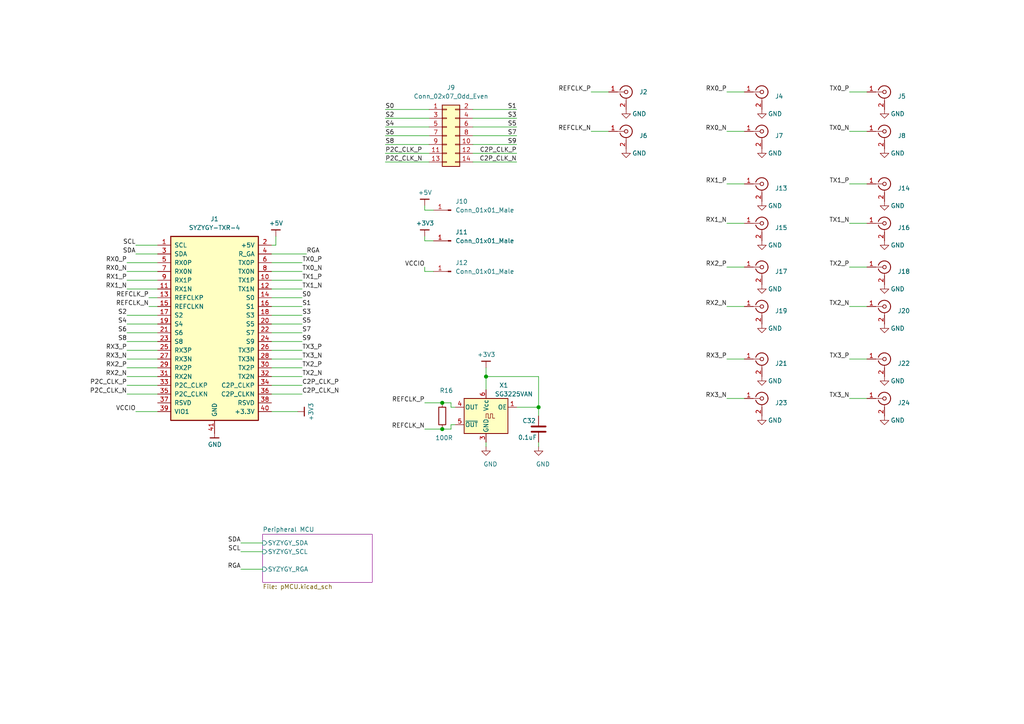
<source format=kicad_sch>
(kicad_sch (version 20201015) (generator eeschema)
  (paper "A4")
  (title_block (title "SYZYGY TXR4 Breakout") (date "2020-12-19") (rev "r1.0") (company "GsD - @gregdavill"))
  (lib_symbols
    (symbol "Connector:Conn_01x01_Male" (pin_names (offset 1.016) hide)
      (property "Reference" "J" (at 0 2.54 0))
      (property "Value" "Conn_01x01_Male" (at 0 -2.54 0))
      (symbol "Conn_01x01_Male_1_1"
        (rectangle (start 0.8636 0.127) (end 0 -0.127) (stroke (width 0.1524)) (fill (type outline)))
        (polyline (pts (xy 1.27 0) (xy 0.8636 0)) (stroke (width 0.1524)))
        (pin passive line (at 5.08 0 180) (length 3.81) (name "Pin_1") (number "1"))
      )
    )
    (symbol "Connector:Conn_Coaxial" (pin_names (offset 1.016) hide)
      (property "Reference" "J" (at 0.254 3.048 0))
      (property "Value" "Conn_Coaxial" (at 2.921 0 90))
      (symbol "Conn_Coaxial_0_1"
        (arc (start -1.778 0.508) (end 1.778 0) (radius (at -0.0508 0) (length 1.8034) (angles 163.6 0)) (stroke (width 0.254)))
        (arc (start 1.778 0) (end -1.778 -0.508) (radius (at -0.0254 0) (length 1.8034) (angles 0 -163.8)) (stroke (width 0.254)))
        (circle (center 0 0) (radius 0.508) (stroke (width 0.2032)))
        (polyline (pts (xy -2.54 0) (xy -0.508 0)))
        (polyline (pts (xy 0 -2.54) (xy 0 -1.778)))
      )
      (symbol "Conn_Coaxial_1_1"
        (pin passive line (at -5.08 0 0) (length 2.54) (name "In") (number "1"))
        (pin passive line (at 0 -5.08 90) (length 2.54) (name "Ext") (number "2"))
      )
    )
    (symbol "Connector_Generic:Conn_02x07_Odd_Even" (pin_names (offset 1.016) hide)
      (property "Reference" "J" (at 1.27 10.16 0))
      (property "Value" "Conn_02x07_Odd_Even" (at 1.27 -10.16 0))
      (symbol "Conn_02x07_Odd_Even_1_1"
        (rectangle (start -1.27 -4.953) (end 0 -5.207) (stroke (width 0.1524)))
        (rectangle (start -1.27 -7.493) (end 0 -7.747) (stroke (width 0.1524)))
        (rectangle (start -1.27 -2.413) (end 0 -2.667) (stroke (width 0.1524)))
        (rectangle (start -1.27 2.667) (end 0 2.413) (stroke (width 0.1524)))
        (rectangle (start -1.27 5.207) (end 0 4.953) (stroke (width 0.1524)))
        (rectangle (start -1.27 7.747) (end 0 7.493) (stroke (width 0.1524)))
        (rectangle (start -1.27 8.89) (end 3.81 -8.89) (stroke (width 0.254)) (fill (type background)))
        (rectangle (start -1.27 0.127) (end 0 -0.127) (stroke (width 0.1524)))
        (rectangle (start 3.81 -4.953) (end 2.54 -5.207) (stroke (width 0.1524)))
        (rectangle (start 3.81 -7.493) (end 2.54 -7.747) (stroke (width 0.1524)))
        (rectangle (start 3.81 -2.413) (end 2.54 -2.667) (stroke (width 0.1524)))
        (rectangle (start 3.81 2.667) (end 2.54 2.413) (stroke (width 0.1524)))
        (rectangle (start 3.81 5.207) (end 2.54 4.953) (stroke (width 0.1524)))
        (rectangle (start 3.81 7.747) (end 2.54 7.493) (stroke (width 0.1524)))
        (rectangle (start 3.81 0.127) (end 2.54 -0.127) (stroke (width 0.1524)))
        (pin passive line (at -5.08 7.62 0) (length 3.81) (name "Pin_1") (number "1"))
        (pin passive line (at 7.62 -2.54 180) (length 3.81) (name "Pin_10") (number "10"))
        (pin passive line (at -5.08 -5.08 0) (length 3.81) (name "Pin_11") (number "11"))
        (pin passive line (at 7.62 -5.08 180) (length 3.81) (name "Pin_12") (number "12"))
        (pin passive line (at -5.08 -7.62 0) (length 3.81) (name "Pin_13") (number "13"))
        (pin passive line (at 7.62 -7.62 180) (length 3.81) (name "Pin_14") (number "14"))
        (pin passive line (at 7.62 7.62 180) (length 3.81) (name "Pin_2") (number "2"))
        (pin passive line (at -5.08 5.08 0) (length 3.81) (name "Pin_3") (number "3"))
        (pin passive line (at 7.62 5.08 180) (length 3.81) (name "Pin_4") (number "4"))
        (pin passive line (at -5.08 2.54 0) (length 3.81) (name "Pin_5") (number "5"))
        (pin passive line (at 7.62 2.54 180) (length 3.81) (name "Pin_6") (number "6"))
        (pin passive line (at -5.08 0 0) (length 3.81) (name "Pin_7") (number "7"))
        (pin passive line (at 7.62 0 180) (length 3.81) (name "Pin_8") (number "8"))
        (pin passive line (at -5.08 -2.54 0) (length 3.81) (name "Pin_9") (number "9"))
      )
    )
    (symbol "Device:C" (pin_numbers hide) (pin_names (offset 0.254))
      (property "Reference" "C" (at 0.635 2.54 0))
      (property "Value" "C" (at 0.635 -2.54 0))
      (symbol "C_0_1"
        (polyline (pts (xy -2.032 -0.762) (xy 2.032 -0.762)) (stroke (width 0.508)))
        (polyline (pts (xy -2.032 0.762) (xy 2.032 0.762)) (stroke (width 0.508)))
      )
      (symbol "C_1_1"
        (pin passive line (at 0 3.81 270) (length 2.794) (name "~") (number "1"))
        (pin passive line (at 0 -3.81 90) (length 2.794) (name "~") (number "2"))
      )
    )
    (symbol "Device:R_7" (pin_numbers hide) (pin_names (offset 0))
      (property "Reference" "R" (at 2.032 0 90))
      (property "Value" "R" (at 0 0 90))
      (symbol "R_7_0_1"
        (rectangle (start -1.016 -2.54) (end 1.016 2.54) (stroke (width 0.254)))
      )
      (symbol "R_7_1_1"
        (pin passive line (at 0 3.81 270) (length 1.27) (name "~") (number "1"))
        (pin passive line (at 0 -3.81 90) (length 1.27) (name "~") (number "2"))
      )
    )
    (symbol "gkl_power:+3V3" (power) (pin_names (offset 0))
      (property "Value" "+3V3" (at 0 3.556 0))
      (symbol "+3V3_0_1"
        (polyline (pts (xy -1.27 1.905) (xy 1.27 1.905)) (stroke (width 0.3048)))
        (polyline (pts (xy 0 0) (xy 0 1.905)))
      )
      (symbol "+3V3_1_1"
        (pin power_in line (at 0 0 90) (length 0) hide (name "+3V3") (number "1"))
      )
    )
    (symbol "gkl_power:+5V" (power) (pin_names (offset 0))
      (property "Value" "+5V" (at 0 3.175 0))
      (symbol "+5V_0_1"
        (polyline (pts (xy -1.27 1.905) (xy 1.27 1.905)) (stroke (width 0.3048)))
        (polyline (pts (xy 0 0) (xy 0 1.905)))
      )
      (symbol "+5V_1_1"
        (pin power_in line (at 0 0 90) (length 0) hide (name "+5V") (number "1"))
      )
    )
    (symbol "gkl_power:GND" (power) (pin_names (offset 0))
      (property "Value" "GND" (at 0 -2.54 0))
      (symbol "GND_0_1"
        (polyline (pts (xy 0 -1.27) (xy 0 0)))
        (polyline (pts (xy 1.27 -1.27) (xy -1.27 -1.27)) (stroke (width 0.3048)))
      )
      (symbol "GND_1_1"
        (pin power_in line (at 0 0 270) (length 0) hide (name "GND") (number "1"))
      )
    )
    (symbol "gsd-kicad:SG3225VAN" (pin_names (offset 0.254))
      (property "Reference" "X" (at -5.08 6.35 0))
      (property "Value" "SG3225VAN" (at 1.27 -6.35 0))
      (symbol "SG3225VAN_0_1"
        (rectangle (start -6.35 5.08) (end 6.35 -5.08) (stroke (width 0.254)) (fill (type background)))
        (polyline (pts (xy -2.54 -0.635) (xy -1.905 -0.635) (xy -1.905 0.635) (xy -1.27 0.635) (xy -1.27 -0.635) (xy -0.635 -0.635) (xy -0.635 0.635) (xy 0 0.635) (xy 0 -0.635)))
      )
      (symbol "SG3225VAN_1_1"
        (pin input line (at -8.89 2.54 0) (length 2.54) (name "OE") (number "1"))
        (pin power_in line (at 0 7.62 270) (length 2.54) (name "Vcc") (number "6"))
        (pin power_in line (at 0 -7.62 90) (length 2.54) (name "GND") (number "3"))
        (pin output line (at 8.89 2.54 180) (length 2.54) (name "OUT") (number "4"))
        (pin output line (at 8.89 -2.54 180) (length 2.54) (name "~OUT") (number "5"))
      )
    )
    (symbol "gsd-kicad:SYZYGY-TXR-4" (pin_names (offset 1.016))
      (property "Reference" "J" (at 0 27.94 0))
      (property "Value" "SYZYGY-TXR-4" (at 0 25.4 0))
      (symbol "SYZYGY-TXR-4_0_1"
        (rectangle (start -12.7 24.13) (end 12.7 -29.21) (stroke (width 0.3302)) (fill (type background)))
      )
      (symbol "SYZYGY-TXR-4_1_1"
        (pin input line (at -16.51 21.59 0) (length 3.81) (name "SCL") (number "1"))
        (pin input line (at 16.51 11.43 180) (length 3.81) (name "TX1P") (number "10"))
        (pin input line (at -16.51 8.89 0) (length 3.81) (name "RX1N") (number "11"))
        (pin input line (at 16.51 8.89 180) (length 3.81) (name "TX1N") (number "12"))
        (pin input line (at -16.51 6.35 0) (length 3.81) (name "REFCLKP") (number "13"))
        (pin input line (at 16.51 6.35 180) (length 3.81) (name "S0") (number "14"))
        (pin input line (at -16.51 3.81 0) (length 3.81) (name "REFCLKN") (number "15"))
        (pin input line (at 16.51 3.81 180) (length 3.81) (name "S1") (number "16"))
        (pin input line (at -16.51 1.27 0) (length 3.81) (name "S2") (number "17"))
        (pin input line (at 16.51 1.27 180) (length 3.81) (name "S3") (number "18"))
        (pin input line (at -16.51 -1.27 0) (length 3.81) (name "S4") (number "19"))
        (pin input line (at 16.51 21.59 180) (length 3.81) (name "+5V") (number "2"))
        (pin input line (at 16.51 -1.27 180) (length 3.81) (name "S5") (number "20"))
        (pin input line (at -16.51 -3.81 0) (length 3.81) (name "S6") (number "21"))
        (pin input line (at 16.51 -3.81 180) (length 3.81) (name "S7") (number "22"))
        (pin input line (at -16.51 -6.35 0) (length 3.81) (name "S8") (number "23"))
        (pin input line (at 16.51 -6.35 180) (length 3.81) (name "S9") (number "24"))
        (pin input line (at -16.51 -8.89 0) (length 3.81) (name "RX3P") (number "25"))
        (pin input line (at 16.51 -8.89 180) (length 3.81) (name "TX3P") (number "26"))
        (pin input line (at -16.51 -11.43 0) (length 3.81) (name "RX3N") (number "27"))
        (pin input line (at 16.51 -11.43 180) (length 3.81) (name "TX3N") (number "28"))
        (pin input line (at -16.51 -13.97 0) (length 3.81) (name "RX2P") (number "29"))
        (pin input line (at -16.51 19.05 0) (length 3.81) (name "SDA") (number "3"))
        (pin input line (at 16.51 -13.97 180) (length 3.81) (name "TX2P") (number "30"))
        (pin input line (at -16.51 -16.51 0) (length 3.81) (name "RX2N") (number "31"))
        (pin input line (at 16.51 -16.51 180) (length 3.81) (name "TX2N") (number "32"))
        (pin input line (at -16.51 -19.05 0) (length 3.81) (name "P2C_CLKP") (number "33"))
        (pin input line (at 16.51 -19.05 180) (length 3.81) (name "C2P_CLKP") (number "34"))
        (pin input line (at -16.51 -21.59 0) (length 3.81) (name "P2C_CLKN") (number "35"))
        (pin input line (at 16.51 -21.59 180) (length 3.81) (name "C2P_CLKN") (number "36"))
        (pin input line (at -16.51 -24.13 0) (length 3.81) (name "RSVD") (number "37"))
        (pin input line (at 16.51 -24.13 180) (length 3.81) (name "RSVD") (number "38"))
        (pin input line (at -16.51 -26.67 0) (length 3.81) (name "VIO1") (number "39"))
        (pin input line (at 16.51 19.05 180) (length 3.81) (name "R_GA") (number "4"))
        (pin input line (at 16.51 -26.67 180) (length 3.81) (name "+3.3V") (number "40"))
        (pin input line (at 0 -33.02 90) (length 3.81) (name "GND") (number "41"))
        (pin input line (at -16.51 16.51 0) (length 3.81) (name "RX0P") (number "5"))
        (pin input line (at 16.51 16.51 180) (length 3.81) (name "TX0P") (number "6"))
        (pin input line (at -16.51 13.97 0) (length 3.81) (name "RX0N") (number "7"))
        (pin input line (at 16.51 13.97 180) (length 3.81) (name "TX0N") (number "8"))
        (pin input line (at -16.51 11.43 0) (length 3.81) (name "RX1P") (number "9"))
      )
    )
    (symbol "power:GND" (power) (pin_names (offset 0))
      (property "Value" "GND" (at 0 -3.81 0))
      (symbol "GND_0_1"
        (polyline (pts (xy 0 0) (xy 0 -1.27) (xy 1.27 -1.27) (xy 0 -2.54) (xy -1.27 -1.27) (xy 0 -1.27)))
      )
      (symbol "GND_1_1"
        (pin power_in line (at 0 0 270) (length 0) hide (name "GND") (number "1"))
      )
    )
  )
  (junction (at 128.27 116.84) (diameter 1.016))
  (junction (at 128.27 124.46) (diameter 1.016))
  (junction (at 140.97 109.22) (diameter 1.016))
  (junction (at 156.21 118.11) (diameter 1.016))
  (wire (pts (xy 36.83 76.2) (xy 45.72 76.2)))
  (wire (pts (xy 36.83 78.74) (xy 45.72 78.74)))
  (wire (pts (xy 36.83 81.28) (xy 45.72 81.28)))
  (wire (pts (xy 36.83 83.82) (xy 45.72 83.82)))
  (wire (pts (xy 36.83 91.44) (xy 45.72 91.44)))
  (wire (pts (xy 36.83 93.98) (xy 45.72 93.98)))
  (wire (pts (xy 36.83 96.52) (xy 45.72 96.52)))
  (wire (pts (xy 36.83 99.06) (xy 45.72 99.06)))
  (wire (pts (xy 36.83 101.6) (xy 45.72 101.6)))
  (wire (pts (xy 36.83 104.14) (xy 45.72 104.14)))
  (wire (pts (xy 36.83 106.68) (xy 45.72 106.68)))
  (wire (pts (xy 36.83 109.22) (xy 45.72 109.22)))
  (wire (pts (xy 36.83 111.76) (xy 45.72 111.76)))
  (wire (pts (xy 36.83 114.3) (xy 45.72 114.3)))
  (wire (pts (xy 43.18 86.36) (xy 45.72 86.36)))
  (wire (pts (xy 43.18 88.9) (xy 45.72 88.9)))
  (wire (pts (xy 45.72 71.12) (xy 39.37 71.12)))
  (wire (pts (xy 45.72 73.66) (xy 39.37 73.66)))
  (wire (pts (xy 45.72 119.38) (xy 39.37 119.38)))
  (wire (pts (xy 76.2 157.48) (xy 69.85 157.48)))
  (wire (pts (xy 76.2 160.02) (xy 69.85 160.02)))
  (wire (pts (xy 76.2 165.1) (xy 69.85 165.1)))
  (wire (pts (xy 78.74 71.12) (xy 80.01 71.12)))
  (wire (pts (xy 78.74 73.66) (xy 88.9 73.66)))
  (wire (pts (xy 78.74 119.38) (xy 86.36 119.38)))
  (wire (pts (xy 80.01 71.12) (xy 80.01 68.58)))
  (wire (pts (xy 87.63 76.2) (xy 78.74 76.2)))
  (wire (pts (xy 87.63 78.74) (xy 78.74 78.74)))
  (wire (pts (xy 87.63 81.28) (xy 78.74 81.28)))
  (wire (pts (xy 87.63 83.82) (xy 78.74 83.82)))
  (wire (pts (xy 87.63 86.36) (xy 78.74 86.36)))
  (wire (pts (xy 87.63 88.9) (xy 78.74 88.9)))
  (wire (pts (xy 87.63 91.44) (xy 78.74 91.44)))
  (wire (pts (xy 87.63 93.98) (xy 78.74 93.98)))
  (wire (pts (xy 87.63 96.52) (xy 78.74 96.52)))
  (wire (pts (xy 87.63 99.06) (xy 78.74 99.06)))
  (wire (pts (xy 87.63 101.6) (xy 78.74 101.6)))
  (wire (pts (xy 87.63 104.14) (xy 78.74 104.14)))
  (wire (pts (xy 87.63 106.68) (xy 78.74 106.68)))
  (wire (pts (xy 87.63 109.22) (xy 78.74 109.22)))
  (wire (pts (xy 87.63 111.76) (xy 78.74 111.76)))
  (wire (pts (xy 87.63 114.3) (xy 78.74 114.3)))
  (wire (pts (xy 111.76 31.75) (xy 124.46 31.75)))
  (wire (pts (xy 111.76 34.29) (xy 124.46 34.29)))
  (wire (pts (xy 111.76 36.83) (xy 124.46 36.83)))
  (wire (pts (xy 111.76 39.37) (xy 124.46 39.37)))
  (wire (pts (xy 111.76 41.91) (xy 124.46 41.91)))
  (wire (pts (xy 111.76 44.45) (xy 124.46 44.45)))
  (wire (pts (xy 111.76 46.99) (xy 124.46 46.99)))
  (wire (pts (xy 123.19 60.96) (xy 123.19 59.69)))
  (wire (pts (xy 123.19 69.85) (xy 123.19 68.58)))
  (wire (pts (xy 123.19 78.74) (xy 123.19 77.47)))
  (wire (pts (xy 123.19 116.84) (xy 128.27 116.84)))
  (wire (pts (xy 123.19 124.46) (xy 128.27 124.46)))
  (wire (pts (xy 125.73 60.96) (xy 123.19 60.96)))
  (wire (pts (xy 125.73 69.85) (xy 123.19 69.85)))
  (wire (pts (xy 125.73 78.74) (xy 123.19 78.74)))
  (wire (pts (xy 130.81 116.84) (xy 128.27 116.84)))
  (wire (pts (xy 130.81 118.11) (xy 130.81 116.84)))
  (wire (pts (xy 130.81 123.19) (xy 130.81 124.46)))
  (wire (pts (xy 130.81 124.46) (xy 128.27 124.46)))
  (wire (pts (xy 132.08 118.11) (xy 130.81 118.11)))
  (wire (pts (xy 132.08 123.19) (xy 130.81 123.19)))
  (wire (pts (xy 137.16 31.75) (xy 149.86 31.75)))
  (wire (pts (xy 137.16 34.29) (xy 149.86 34.29)))
  (wire (pts (xy 137.16 36.83) (xy 149.86 36.83)))
  (wire (pts (xy 137.16 39.37) (xy 149.86 39.37)))
  (wire (pts (xy 137.16 41.91) (xy 149.86 41.91)))
  (wire (pts (xy 137.16 44.45) (xy 149.86 44.45)))
  (wire (pts (xy 137.16 46.99) (xy 149.86 46.99)))
  (wire (pts (xy 140.97 106.68) (xy 140.97 109.22)))
  (wire (pts (xy 140.97 109.22) (xy 140.97 113.03)))
  (wire (pts (xy 140.97 128.27) (xy 140.97 129.54)))
  (wire (pts (xy 149.86 118.11) (xy 156.21 118.11)))
  (wire (pts (xy 156.21 109.22) (xy 140.97 109.22)))
  (wire (pts (xy 156.21 118.11) (xy 156.21 109.22)))
  (wire (pts (xy 156.21 118.11) (xy 156.21 120.65)))
  (wire (pts (xy 156.21 128.27) (xy 156.21 129.54)))
  (wire (pts (xy 171.45 26.67) (xy 176.53 26.67)))
  (wire (pts (xy 171.45 38.1) (xy 176.53 38.1)))
  (wire (pts (xy 210.82 26.67) (xy 215.9 26.67)))
  (wire (pts (xy 210.82 38.1) (xy 215.9 38.1)))
  (wire (pts (xy 210.82 53.34) (xy 215.9 53.34)))
  (wire (pts (xy 210.82 64.77) (xy 215.9 64.77)))
  (wire (pts (xy 210.82 77.47) (xy 215.9 77.47)))
  (wire (pts (xy 210.82 88.9) (xy 215.9 88.9)))
  (wire (pts (xy 210.82 104.14) (xy 215.9 104.14)))
  (wire (pts (xy 210.82 115.57) (xy 215.9 115.57)))
  (wire (pts (xy 246.38 26.67) (xy 251.46 26.67)))
  (wire (pts (xy 246.38 38.1) (xy 251.46 38.1)))
  (wire (pts (xy 246.38 53.34) (xy 251.46 53.34)))
  (wire (pts (xy 246.38 64.77) (xy 251.46 64.77)))
  (wire (pts (xy 246.38 77.47) (xy 251.46 77.47)))
  (wire (pts (xy 246.38 88.9) (xy 251.46 88.9)))
  (wire (pts (xy 246.38 104.14) (xy 251.46 104.14)))
  (wire (pts (xy 246.38 115.57) (xy 251.46 115.57)))
  (label "RX0_P" (at 36.83 76.2 180))
  (label "RX0_N" (at 36.83 78.74 180))
  (label "RX1_P" (at 36.83 81.28 180))
  (label "RX1_N" (at 36.83 83.82 180))
  (label "S2" (at 36.83 91.44 180))
  (label "S4" (at 36.83 93.98 180))
  (label "S6" (at 36.83 96.52 180))
  (label "S8" (at 36.83 99.06 180))
  (label "RX3_P" (at 36.83 101.6 180))
  (label "RX3_N" (at 36.83 104.14 180))
  (label "RX2_P" (at 36.83 106.68 180))
  (label "RX2_N" (at 36.83 109.22 180))
  (label "P2C_CLK_P" (at 36.83 111.76 180))
  (label "P2C_CLK_N" (at 36.83 114.3 180))
  (label "SCL" (at 39.37 71.12 180))
  (label "SDA" (at 39.37 73.66 180))
  (label "VCCIO" (at 39.37 119.38 180))
  (label "REFCLK_P" (at 43.18 86.36 180))
  (label "REFCLK_N" (at 43.18 88.9 180))
  (label "SDA" (at 69.85 157.48 180))
  (label "SCL" (at 69.85 160.02 180))
  (label "RGA" (at 69.85 165.1 180))
  (label "TX0_P" (at 87.63 76.2 0))
  (label "TX0_N" (at 87.63 78.74 0))
  (label "TX1_P" (at 87.63 81.28 0))
  (label "TX1_N" (at 87.63 83.82 0))
  (label "S0" (at 87.63 86.36 0))
  (label "S1" (at 87.63 88.9 0))
  (label "S3" (at 87.63 91.44 0))
  (label "S5" (at 87.63 93.98 0))
  (label "S7" (at 87.63 96.52 0))
  (label "S9" (at 87.63 99.06 0))
  (label "TX3_P" (at 87.63 101.6 0))
  (label "TX3_N" (at 87.63 104.14 0))
  (label "TX2_P" (at 87.63 106.68 0))
  (label "TX2_N" (at 87.63 109.22 0))
  (label "C2P_CLK_P" (at 87.63 111.76 0))
  (label "C2P_CLK_N" (at 87.63 114.3 0))
  (label "RGA" (at 88.9 73.66 0))
  (label "S0" (at 111.76 31.75 0))
  (label "S2" (at 111.76 34.29 0))
  (label "S4" (at 111.76 36.83 0))
  (label "S6" (at 111.76 39.37 0))
  (label "S8" (at 111.76 41.91 0))
  (label "P2C_CLK_P" (at 111.76 44.45 0))
  (label "P2C_CLK_N" (at 111.76 46.99 0))
  (label "VCCIO" (at 123.19 77.47 180))
  (label "REFCLK_P" (at 123.19 116.84 180))
  (label "REFCLK_N" (at 123.19 124.46 180))
  (label "S1" (at 149.86 31.75 180))
  (label "S3" (at 149.86 34.29 180))
  (label "S5" (at 149.86 36.83 180))
  (label "S7" (at 149.86 39.37 180))
  (label "S9" (at 149.86 41.91 180))
  (label "C2P_CLK_P" (at 149.86 44.45 180))
  (label "C2P_CLK_N" (at 149.86 46.99 180))
  (label "REFCLK_P" (at 171.45 26.67 180))
  (label "REFCLK_N" (at 171.45 38.1 180))
  (label "RX0_P" (at 210.82 26.67 180))
  (label "RX0_N" (at 210.82 38.1 180))
  (label "RX1_P" (at 210.82 53.34 180))
  (label "RX1_N" (at 210.82 64.77 180))
  (label "RX2_P" (at 210.82 77.47 180))
  (label "RX2_N" (at 210.82 88.9 180))
  (label "RX3_P" (at 210.82 104.14 180))
  (label "RX3_N" (at 210.82 115.57 180))
  (label "TX0_P" (at 246.38 26.67 180))
  (label "TX0_N" (at 246.38 38.1 180))
  (label "TX1_P" (at 246.38 53.34 180))
  (label "TX1_N" (at 246.38 64.77 180))
  (label "TX2_P" (at 246.38 77.47 180))
  (label "TX2_N" (at 246.38 88.9 180))
  (label "TX3_P" (at 246.38 104.14 180))
  (label "TX3_N" (at 246.38 115.57 180))
  (symbol (lib_id "gkl_power:GND") (at 62.23 125.73 0) (unit 1)
    (property "Reference" "#PWR01" (effects hide))
    (property "Value" "GND" (at 62.3062 128.9304 0))
  )
  (symbol (lib_id "gkl_power:+5V") (at 80.01 68.58 0) (unit 1)
    (property "Reference" "#PWR05" (effects hide))
    (property "Value" "+5V" (at 80.0862 64.7446 0))
  )
  (symbol (lib_id "gkl_power:+3V3") (at 86.36 119.38 270) (unit 1)
    (property "Reference" "#PWR07" (effects hide))
    (property "Value" "+3V3" (at 90.1954 119.4562 0))
  )
  (symbol (lib_id "gkl_power:+5V") (at 123.19 59.69 0) (unit 1)
    (property "Reference" "#PWR0104" (effects hide))
    (property "Value" "+5V" (at 123.2662 55.8546 0))
  )
  (symbol (lib_id "gkl_power:+3V3") (at 123.19 68.58 0) (unit 1)
    (property "Reference" "#PWR0101" (effects hide))
    (property "Value" "+3V3" (at 123.2662 64.7446 0))
  )
  (symbol (lib_id "gkl_power:+3V3") (at 140.97 106.68 0) (unit 1)
    (property "Reference" "#PWR0149" (effects hide))
    (property "Value" "+3V3" (at 141.0462 102.8446 0))
  )
  (symbol (lib_id "power:GND") (at 140.97 129.54 0) (unit 1)
    (property "Reference" "#PWR0147" (effects hide))
    (property "Value" "GND" (at 142.24 134.62 0))
  )
  (symbol (lib_id "power:GND") (at 156.21 129.54 0) (unit 1)
    (property "Reference" "#PWR0148" (effects hide))
    (property "Value" "GND" (at 157.48 134.62 0))
  )
  (symbol (lib_id "power:GND") (at 181.61 31.75 0) (unit 1)
    (property "Reference" "#PWR0102" (effects hide))
    (property "Value" "GND" (at 185.42 33.02 0))
  )
  (symbol (lib_id "power:GND") (at 181.61 43.18 0) (unit 1)
    (property "Reference" "#PWR0103" (effects hide))
    (property "Value" "GND" (at 185.42 44.45 0))
  )
  (symbol (lib_id "power:GND") (at 220.98 31.75 0) (unit 1)
    (property "Reference" "#PWR0105" (effects hide))
    (property "Value" "GND" (at 224.79 33.02 0))
  )
  (symbol (lib_id "power:GND") (at 220.98 43.18 0) (unit 1)
    (property "Reference" "#PWR0106" (effects hide))
    (property "Value" "GND" (at 224.79 44.45 0))
  )
  (symbol (lib_id "power:GND") (at 220.98 58.42 0) (unit 1)
    (property "Reference" "#PWR0111" (effects hide))
    (property "Value" "GND" (at 224.79 59.69 0))
  )
  (symbol (lib_id "power:GND") (at 220.98 69.85 0) (unit 1)
    (property "Reference" "#PWR0112" (effects hide))
    (property "Value" "GND" (at 224.79 71.12 0))
  )
  (symbol (lib_id "power:GND") (at 220.98 82.55 0) (unit 1)
    (property "Reference" "#PWR0115" (effects hide))
    (property "Value" "GND" (at 224.79 83.82 0))
  )
  (symbol (lib_id "power:GND") (at 220.98 93.98 0) (unit 1)
    (property "Reference" "#PWR0114" (effects hide))
    (property "Value" "GND" (at 224.79 95.25 0))
  )
  (symbol (lib_id "power:GND") (at 220.98 109.22 0) (unit 1)
    (property "Reference" "#PWR0120" (effects hide))
    (property "Value" "GND" (at 224.79 110.49 0))
  )
  (symbol (lib_id "power:GND") (at 220.98 120.65 0) (unit 1)
    (property "Reference" "#PWR0113" (effects hide))
    (property "Value" "GND" (at 224.79 121.92 0))
  )
  (symbol (lib_id "power:GND") (at 256.54 31.75 0) (unit 1)
    (property "Reference" "#PWR0107" (effects hide))
    (property "Value" "GND" (at 260.35 33.02 0))
  )
  (symbol (lib_id "power:GND") (at 256.54 43.18 0) (unit 1)
    (property "Reference" "#PWR0108" (effects hide))
    (property "Value" "GND" (at 260.35 44.45 0))
  )
  (symbol (lib_id "power:GND") (at 256.54 58.42 0) (unit 1)
    (property "Reference" "#PWR0109" (effects hide))
    (property "Value" "GND" (at 260.35 59.69 0))
  )
  (symbol (lib_id "power:GND") (at 256.54 69.85 0) (unit 1)
    (property "Reference" "#PWR0110" (effects hide))
    (property "Value" "GND" (at 260.35 71.12 0))
  )
  (symbol (lib_id "power:GND") (at 256.54 82.55 0) (unit 1)
    (property "Reference" "#PWR0119" (effects hide))
    (property "Value" "GND" (at 260.35 83.82 0))
  )
  (symbol (lib_id "power:GND") (at 256.54 93.98 0) (unit 1)
    (property "Reference" "#PWR0116" (effects hide))
    (property "Value" "GND" (at 260.35 95.25 0))
  )
  (symbol (lib_id "power:GND") (at 256.54 109.22 0) (unit 1)
    (property "Reference" "#PWR0118" (effects hide))
    (property "Value" "GND" (at 260.35 110.49 0))
  )
  (symbol (lib_id "power:GND") (at 256.54 120.65 0) (unit 1)
    (property "Reference" "#PWR0117" (effects hide))
    (property "Value" "GND" (at 260.35 121.92 0))
  )
  (symbol (lib_id "Connector:Conn_01x01_Male") (at 130.81 60.96 180) (unit 1)
    (property "Reference" "J10" (at 132.08 58.42 0) (effects (justify right)))
    (property "Value" "Conn_01x01_Male" (at 132.08 60.96 0) (effects (justify right)))
    (property "Footprint" "Connector_PinHeader_2.54mm:PinHeader_1x01_P2.54mm_Vertical" (effects hide))
  )
  (symbol (lib_id "Connector:Conn_01x01_Male") (at 130.81 69.85 180) (unit 1)
    (property "Reference" "J11" (at 132.08 67.31 0) (effects (justify right)))
    (property "Value" "Conn_01x01_Male" (at 132.08 69.85 0) (effects (justify right)))
    (property "Footprint" "Connector_PinHeader_2.54mm:PinHeader_1x01_P2.54mm_Vertical" (effects hide))
  )
  (symbol (lib_id "Connector:Conn_01x01_Male") (at 130.81 78.74 180) (unit 1)
    (property "Reference" "J12" (at 132.08 76.2 0) (effects (justify right)))
    (property "Value" "Conn_01x01_Male" (at 132.08 78.74 0) (effects (justify right)))
    (property "Footprint" "Connector_PinHeader_2.54mm:PinHeader_1x01_P2.54mm_Vertical" (effects hide))
  )
  (symbol (lib_name "Device:R_7") (lib_id "Device:R") (at 128.27 120.65 180) (unit 1)
    (property "Reference" "R16" (at 127.5081 113.2713 0) (effects (justify right)))
    (property "Value" "100R" (at 126.238 127 0) (effects (justify right)))
    (property "Footprint" "Resistor_SMD:R_0402_1005Metric" (effects hide))
    (property "PN" "RC0402FR-07100KL" (effects hide))
    (property "Mfg" "Yageo" (effects hide))
  )
  (symbol (lib_id "Device:C") (at 156.21 124.46 0) (mirror y) (unit 1)
    (property "Reference" "C32" (at 151.511 122.047 0) (effects (justify right)))
    (property "Value" "0.1uF" (at 150.241 126.873 0) (effects (justify right)))
    (property "Footprint" "Capacitor_SMD:C_0402_1005Metric" (effects hide))
    (property "Mfg" "Yageo" (effects hide))
    (property "PN" "CC0402KRX5R6BB105" (effects hide))
  )
  (symbol (lib_id "Connector:Conn_Coaxial") (at 181.61 26.67 0) (unit 1)
    (property "Reference" "J2" (at 185.42 26.67 0) (effects (justify left)))
    (property "Value" "sma jack" (effects hide))
    (property "Footprint" "Connector_Coaxial:SMA_Amphenol_132134_Vertical" (effects hide))
    (property "Datasheet" " ~" (effects hide))
  )
  (symbol (lib_id "Connector:Conn_Coaxial") (at 181.61 38.1 0) (unit 1)
    (property "Reference" "J6" (at 185.42 39.37 0) (effects (justify left)))
    (property "Value" "sma jack" (effects hide))
    (property "Footprint" "Connector_Coaxial:SMA_Amphenol_132134_Vertical" (effects hide))
    (property "Datasheet" " ~" (effects hide))
  )
  (symbol (lib_id "Connector:Conn_Coaxial") (at 220.98 26.67 0) (unit 1)
    (property "Reference" "J4" (at 224.79 27.94 0) (effects (justify left)))
    (property "Value" "sma jack" (effects hide))
    (property "Footprint" "Connector_Coaxial:SMA_Amphenol_132134_Vertical" (effects hide))
    (property "Datasheet" " ~" (effects hide))
  )
  (symbol (lib_id "Connector:Conn_Coaxial") (at 220.98 38.1 0) (unit 1)
    (property "Reference" "J7" (at 224.79 39.37 0) (effects (justify left)))
    (property "Value" "sma jack" (effects hide))
    (property "Footprint" "Connector_Coaxial:SMA_Amphenol_132134_Vertical" (effects hide))
    (property "Datasheet" " ~" (effects hide))
  )
  (symbol (lib_id "Connector:Conn_Coaxial") (at 220.98 53.34 0) (unit 1)
    (property "Reference" "J13" (at 224.79 54.61 0) (effects (justify left)))
    (property "Value" "sma jack" (effects hide))
    (property "Footprint" "Connector_Coaxial:SMA_Amphenol_132134_Vertical" (effects hide))
    (property "Datasheet" " ~" (effects hide))
  )
  (symbol (lib_id "Connector:Conn_Coaxial") (at 220.98 64.77 0) (unit 1)
    (property "Reference" "J15" (at 224.79 66.04 0) (effects (justify left)))
    (property "Value" "sma jack" (effects hide))
    (property "Footprint" "Connector_Coaxial:SMA_Amphenol_132134_Vertical" (effects hide))
    (property "Datasheet" " ~" (effects hide))
  )
  (symbol (lib_id "Connector:Conn_Coaxial") (at 220.98 77.47 0) (unit 1)
    (property "Reference" "J17" (at 224.79 78.74 0) (effects (justify left)))
    (property "Value" "sma jack" (effects hide))
    (property "Footprint" "Connector_Coaxial:SMA_Amphenol_132134_Vertical" (effects hide))
    (property "Datasheet" " ~" (effects hide))
  )
  (symbol (lib_id "Connector:Conn_Coaxial") (at 220.98 88.9 0) (unit 1)
    (property "Reference" "J19" (at 224.79 90.17 0) (effects (justify left)))
    (property "Value" "sma jack" (effects hide))
    (property "Footprint" "Connector_Coaxial:SMA_Amphenol_132134_Vertical" (effects hide))
    (property "Datasheet" " ~" (effects hide))
  )
  (symbol (lib_id "Connector:Conn_Coaxial") (at 220.98 104.14 0) (unit 1)
    (property "Reference" "J21" (at 224.79 105.41 0) (effects (justify left)))
    (property "Value" "sma jack" (effects hide))
    (property "Footprint" "Connector_Coaxial:SMA_Amphenol_132134_Vertical" (effects hide))
    (property "Datasheet" " ~" (effects hide))
  )
  (symbol (lib_id "Connector:Conn_Coaxial") (at 220.98 115.57 0) (unit 1)
    (property "Reference" "J23" (at 224.79 116.84 0) (effects (justify left)))
    (property "Value" "sma jack" (effects hide))
    (property "Footprint" "Connector_Coaxial:SMA_Amphenol_132134_Vertical" (effects hide))
    (property "Datasheet" " ~" (effects hide))
  )
  (symbol (lib_id "Connector:Conn_Coaxial") (at 256.54 26.67 0) (unit 1)
    (property "Reference" "J5" (at 260.35 27.94 0) (effects (justify left)))
    (property "Value" "sma jack" (effects hide))
    (property "Footprint" "Connector_Coaxial:SMA_Amphenol_132134_Vertical" (effects hide))
    (property "Datasheet" " ~" (effects hide))
  )
  (symbol (lib_id "Connector:Conn_Coaxial") (at 256.54 38.1 0) (unit 1)
    (property "Reference" "J8" (at 260.35 39.37 0) (effects (justify left)))
    (property "Value" "sma jack" (effects hide))
    (property "Footprint" "Connector_Coaxial:SMA_Amphenol_132134_Vertical" (effects hide))
    (property "Datasheet" " ~" (effects hide))
  )
  (symbol (lib_id "Connector:Conn_Coaxial") (at 256.54 53.34 0) (unit 1)
    (property "Reference" "J14" (at 260.35 54.61 0) (effects (justify left)))
    (property "Value" "sma jack" (effects hide))
    (property "Footprint" "Connector_Coaxial:SMA_Amphenol_132134_Vertical" (effects hide))
    (property "Datasheet" " ~" (effects hide))
  )
  (symbol (lib_id "Connector:Conn_Coaxial") (at 256.54 64.77 0) (unit 1)
    (property "Reference" "J16" (at 260.35 66.04 0) (effects (justify left)))
    (property "Value" "sma jack" (effects hide))
    (property "Footprint" "Connector_Coaxial:SMA_Amphenol_132134_Vertical" (effects hide))
    (property "Datasheet" " ~" (effects hide))
  )
  (symbol (lib_id "Connector:Conn_Coaxial") (at 256.54 77.47 0) (unit 1)
    (property "Reference" "J18" (at 260.35 78.74 0) (effects (justify left)))
    (property "Value" "sma jack" (effects hide))
    (property "Footprint" "Connector_Coaxial:SMA_Amphenol_132134_Vertical" (effects hide))
    (property "Datasheet" " ~" (effects hide))
  )
  (symbol (lib_id "Connector:Conn_Coaxial") (at 256.54 88.9 0) (unit 1)
    (property "Reference" "J20" (at 260.35 90.17 0) (effects (justify left)))
    (property "Value" "sma jack" (effects hide))
    (property "Footprint" "Connector_Coaxial:SMA_Amphenol_132134_Vertical" (effects hide))
    (property "Datasheet" " ~" (effects hide))
  )
  (symbol (lib_id "Connector:Conn_Coaxial") (at 256.54 104.14 0) (unit 1)
    (property "Reference" "J22" (at 260.35 105.41 0) (effects (justify left)))
    (property "Value" "sma jack" (effects hide))
    (property "Footprint" "Connector_Coaxial:SMA_Amphenol_132134_Vertical" (effects hide))
    (property "Datasheet" " ~" (effects hide))
  )
  (symbol (lib_id "Connector:Conn_Coaxial") (at 256.54 115.57 0) (unit 1)
    (property "Reference" "J24" (at 260.35 116.84 0) (effects (justify left)))
    (property "Value" "sma jack" (effects hide))
    (property "Footprint" "Connector_Coaxial:SMA_Amphenol_132134_Vertical" (effects hide))
    (property "Datasheet" " ~" (effects hide))
  )
  (symbol (lib_id "Connector_Generic:Conn_02x07_Odd_Even") (at 129.54 39.37 0) (unit 1)
    (property "Reference" "J9" (at 130.81 25.4 0))
    (property "Value" "Conn_02x07_Odd_Even" (at 130.81 27.94 0))
    (property "Footprint" "Connector_PinHeader_2.54mm:PinHeader_2x07_P2.54mm_Vertical" (effects hide))
  )
  (symbol (lib_id "gsd-kicad:SG3225VAN") (at 140.97 120.65 0) (mirror y) (unit 1)
    (property "Reference" "X1" (at 144.78 111.76 0) (effects (justify right)))
    (property "Value" "SG3225VAN" (at 143.51 114.3 0) (effects (justify right)))
    (property "Footprint" "Oscillator:Oscillator_SMD_Silicon_Labs_LGA-6_2.5x3.2mm_P1.25mm" (effects hide))
    (property "Datasheet" "https://support.epson.biz/td/api/doc_check.php?dl=brief_SG5032VAN" (effects hide))
  )
  (symbol (lib_id "gsd-kicad:SYZYGY-TXR-4") (at 62.23 92.71 0) (unit 1)
    (property "Reference" "J1" (at 62.23 63.5 0))
    (property "Value" "SYZYGY-TXR-4" (at 62.23 66.04 0))
    (property "Footprint" "gsd-footprints:SYZYGY-TXR-POD" (effects hide))
  )
  (sheet (at 76.2 154.94) (size 31.75 13.97) (stroke (width 0.1524) (color 132 0 132 1)) (fill (color 255 255 255 1.0000))
    (property "Sheet name" "Peripheral MCU" (at 76.2 154.3045 0) (effects (justify left bottom)))
    (property "Sheet file" "pMCU.kicad_sch" (at 76.2 169.4185 0) (effects (justify left top)))
    (pin "SYZYGY_SCL" input (at 76.2 160.02 180))
    (pin "SYZYGY_SDA" input (at 76.2 157.48 180))
    (pin "SYZYGY_RGA" input (at 76.2 165.1 180))
  )
)
</source>
